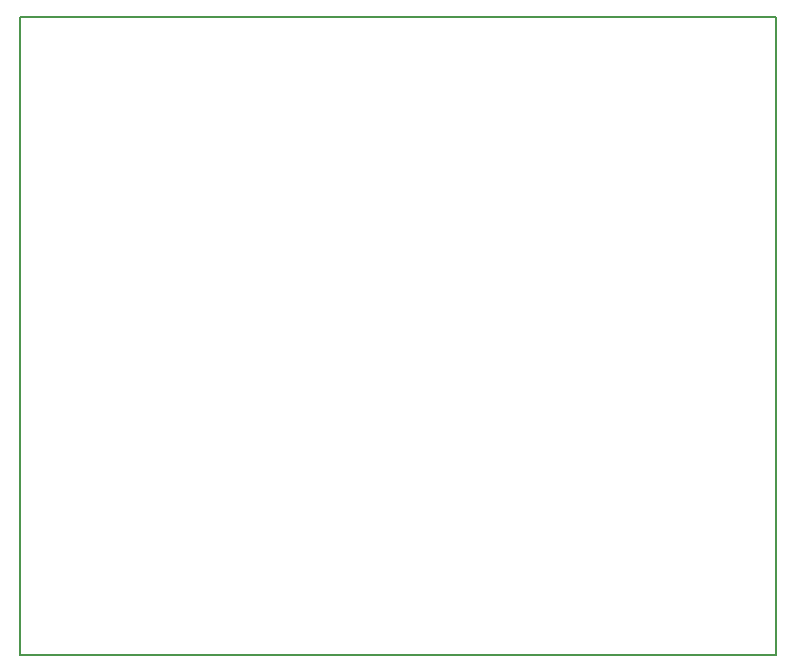
<source format=gbr>
G04 PROTEUS GERBER X2 FILE*
%TF.GenerationSoftware,Labcenter,Proteus,8.13-SP0-Build31525*%
%TF.CreationDate,2022-07-19T09:54:05+00:00*%
%TF.FileFunction,NonPlated,1,2,NPTH*%
%TF.FilePolarity,Positive*%
%TF.Part,Single*%
%TF.SameCoordinates,{6f39dd04-efa5-45c4-8082-559ce8106841}*%
%FSLAX45Y45*%
%MOMM*%
G01*
%TA.AperFunction,Profile*%
%ADD18C,0.203200*%
%TD.AperFunction*%
D18*
X-9400000Y+5000000D02*
X-3000000Y+5000000D01*
X-3000000Y+10400000D01*
X-9400000Y+10400000D01*
X-9400000Y+5000000D01*
M02*

</source>
